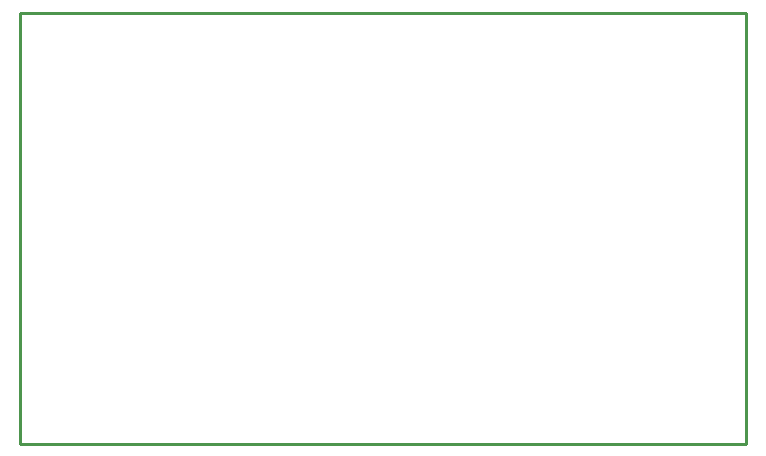
<source format=gko>
G04 CAM350/DFMSTREAM V11.0 (Build 715) Date:  Tue Feb 19 12:05:42 2019 *
G04 Database: (Untitled) *
G04 Layer 9: pcb2-1 *
%FSTAX43Y43*%
%MOMM*%
%SFA1.000B1.000*%

%MIA0B0*%
%IPPOS*%
%ADD40C,0.25400*%
%LNpcb2-1*%
%LPD*%
G54D40*
X0108746Y0052254D02*
G01X0047254D01*
Y0088746*
X0108746*
Y0052254*
M02*

</source>
